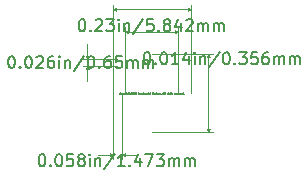
<source format=gbr>
%TF.GenerationSoftware,KiCad,Pcbnew,(6.0.7)*%
%TF.CreationDate,2023-02-01T00:47:53-08:00*%
%TF.ProjectId,SpresensePart2,53707265-7365-46e7-9365-50617274322e,rev?*%
%TF.SameCoordinates,Original*%
%TF.FileFunction,Other,Comment*%
%FSLAX46Y46*%
G04 Gerber Fmt 4.6, Leading zero omitted, Abs format (unit mm)*
G04 Created by KiCad (PCBNEW (6.0.7)) date 2023-02-01 00:47:53*
%MOMM*%
%LPD*%
G01*
G04 APERTURE LIST*
%ADD10C,0.002000*%
%ADD11C,0.150000*%
%ADD12C,0.100000*%
G04 APERTURE END LIST*
D10*
%TO.C,U2*%
X163876566Y-108452557D02*
X163870519Y-108458604D01*
X163852376Y-108464652D01*
X163840280Y-108464652D01*
X163822138Y-108458604D01*
X163810042Y-108446509D01*
X163803995Y-108434414D01*
X163797947Y-108410223D01*
X163797947Y-108392080D01*
X163803995Y-108367890D01*
X163810042Y-108355795D01*
X163822138Y-108343700D01*
X163840280Y-108337652D01*
X163852376Y-108337652D01*
X163870519Y-108343700D01*
X163876566Y-108349747D01*
X163949138Y-108464652D02*
X163937042Y-108458604D01*
X163930995Y-108452557D01*
X163924947Y-108440461D01*
X163924947Y-108404176D01*
X163930995Y-108392080D01*
X163937042Y-108386033D01*
X163949138Y-108379985D01*
X163967280Y-108379985D01*
X163979376Y-108386033D01*
X163985423Y-108392080D01*
X163991471Y-108404176D01*
X163991471Y-108440461D01*
X163985423Y-108452557D01*
X163979376Y-108458604D01*
X163967280Y-108464652D01*
X163949138Y-108464652D01*
X164045900Y-108379985D02*
X164045900Y-108506985D01*
X164045900Y-108386033D02*
X164057995Y-108379985D01*
X164082185Y-108379985D01*
X164094280Y-108386033D01*
X164100328Y-108392080D01*
X164106376Y-108404176D01*
X164106376Y-108440461D01*
X164100328Y-108452557D01*
X164094280Y-108458604D01*
X164082185Y-108464652D01*
X164057995Y-108464652D01*
X164045900Y-108458604D01*
X164148709Y-108379985D02*
X164178947Y-108464652D01*
X164209185Y-108379985D02*
X164178947Y-108464652D01*
X164166852Y-108494890D01*
X164160804Y-108500938D01*
X164148709Y-108506985D01*
X164257566Y-108464652D02*
X164257566Y-108379985D01*
X164257566Y-108404176D02*
X164263614Y-108392080D01*
X164269661Y-108386033D01*
X164281757Y-108379985D01*
X164293852Y-108379985D01*
X164336185Y-108464652D02*
X164336185Y-108379985D01*
X164336185Y-108337652D02*
X164330138Y-108343700D01*
X164336185Y-108349747D01*
X164342233Y-108343700D01*
X164336185Y-108337652D01*
X164336185Y-108349747D01*
X164451090Y-108379985D02*
X164451090Y-108482795D01*
X164445042Y-108494890D01*
X164438995Y-108500938D01*
X164426900Y-108506985D01*
X164408757Y-108506985D01*
X164396661Y-108500938D01*
X164451090Y-108458604D02*
X164438995Y-108464652D01*
X164414804Y-108464652D01*
X164402709Y-108458604D01*
X164396661Y-108452557D01*
X164390614Y-108440461D01*
X164390614Y-108404176D01*
X164396661Y-108392080D01*
X164402709Y-108386033D01*
X164414804Y-108379985D01*
X164438995Y-108379985D01*
X164451090Y-108386033D01*
X164511566Y-108464652D02*
X164511566Y-108337652D01*
X164565995Y-108464652D02*
X164565995Y-108398128D01*
X164559947Y-108386033D01*
X164547852Y-108379985D01*
X164529709Y-108379985D01*
X164517614Y-108386033D01*
X164511566Y-108392080D01*
X164608328Y-108379985D02*
X164656709Y-108379985D01*
X164626471Y-108337652D02*
X164626471Y-108446509D01*
X164632519Y-108458604D01*
X164644614Y-108464652D01*
X164656709Y-108464652D01*
X164789757Y-108349747D02*
X164795804Y-108343700D01*
X164807900Y-108337652D01*
X164838138Y-108337652D01*
X164850233Y-108343700D01*
X164856280Y-108349747D01*
X164862328Y-108361842D01*
X164862328Y-108373938D01*
X164856280Y-108392080D01*
X164783709Y-108464652D01*
X164862328Y-108464652D01*
X164940947Y-108337652D02*
X164953042Y-108337652D01*
X164965138Y-108343700D01*
X164971185Y-108349747D01*
X164977233Y-108361842D01*
X164983280Y-108386033D01*
X164983280Y-108416271D01*
X164977233Y-108440461D01*
X164971185Y-108452557D01*
X164965138Y-108458604D01*
X164953042Y-108464652D01*
X164940947Y-108464652D01*
X164928852Y-108458604D01*
X164922804Y-108452557D01*
X164916757Y-108440461D01*
X164910709Y-108416271D01*
X164910709Y-108386033D01*
X164916757Y-108361842D01*
X164922804Y-108349747D01*
X164928852Y-108343700D01*
X164940947Y-108337652D01*
X165031661Y-108349747D02*
X165037709Y-108343700D01*
X165049804Y-108337652D01*
X165080042Y-108337652D01*
X165092138Y-108343700D01*
X165098185Y-108349747D01*
X165104233Y-108361842D01*
X165104233Y-108373938D01*
X165098185Y-108392080D01*
X165025614Y-108464652D01*
X165104233Y-108464652D01*
X165225185Y-108464652D02*
X165152614Y-108464652D01*
X165188900Y-108464652D02*
X165188900Y-108337652D01*
X165176804Y-108355795D01*
X165164709Y-108367890D01*
X165152614Y-108373938D01*
X165370328Y-108428366D02*
X165430804Y-108428366D01*
X165358233Y-108464652D02*
X165400566Y-108337652D01*
X165442900Y-108464652D01*
X165539661Y-108458604D02*
X165527566Y-108464652D01*
X165503376Y-108464652D01*
X165491280Y-108458604D01*
X165485233Y-108452557D01*
X165479185Y-108440461D01*
X165479185Y-108404176D01*
X165485233Y-108392080D01*
X165491280Y-108386033D01*
X165503376Y-108379985D01*
X165527566Y-108379985D01*
X165539661Y-108386033D01*
X165648519Y-108458604D02*
X165636423Y-108464652D01*
X165612233Y-108464652D01*
X165600138Y-108458604D01*
X165594090Y-108452557D01*
X165588042Y-108440461D01*
X165588042Y-108404176D01*
X165594090Y-108392080D01*
X165600138Y-108386033D01*
X165612233Y-108379985D01*
X165636423Y-108379985D01*
X165648519Y-108386033D01*
X165751328Y-108458604D02*
X165739233Y-108464652D01*
X165715042Y-108464652D01*
X165702947Y-108458604D01*
X165696900Y-108446509D01*
X165696900Y-108398128D01*
X165702947Y-108386033D01*
X165715042Y-108379985D01*
X165739233Y-108379985D01*
X165751328Y-108386033D01*
X165757376Y-108398128D01*
X165757376Y-108410223D01*
X165696900Y-108422319D01*
X165829947Y-108464652D02*
X165817852Y-108458604D01*
X165811804Y-108446509D01*
X165811804Y-108337652D01*
X165926709Y-108458604D02*
X165914614Y-108464652D01*
X165890423Y-108464652D01*
X165878328Y-108458604D01*
X165872280Y-108446509D01*
X165872280Y-108398128D01*
X165878328Y-108386033D01*
X165890423Y-108379985D01*
X165914614Y-108379985D01*
X165926709Y-108386033D01*
X165932757Y-108398128D01*
X165932757Y-108410223D01*
X165872280Y-108422319D01*
X165987185Y-108464652D02*
X165987185Y-108379985D01*
X165987185Y-108404176D02*
X165993233Y-108392080D01*
X165999280Y-108386033D01*
X166011376Y-108379985D01*
X166023471Y-108379985D01*
X166120233Y-108464652D02*
X166120233Y-108398128D01*
X166114185Y-108386033D01*
X166102090Y-108379985D01*
X166077900Y-108379985D01*
X166065804Y-108386033D01*
X166120233Y-108458604D02*
X166108138Y-108464652D01*
X166077900Y-108464652D01*
X166065804Y-108458604D01*
X166059757Y-108446509D01*
X166059757Y-108434414D01*
X166065804Y-108422319D01*
X166077900Y-108416271D01*
X166108138Y-108416271D01*
X166120233Y-108410223D01*
X166162566Y-108379985D02*
X166210947Y-108379985D01*
X166180709Y-108337652D02*
X166180709Y-108446509D01*
X166186757Y-108458604D01*
X166198852Y-108464652D01*
X166210947Y-108464652D01*
X166301661Y-108458604D02*
X166289566Y-108464652D01*
X166265376Y-108464652D01*
X166253280Y-108458604D01*
X166247233Y-108446509D01*
X166247233Y-108398128D01*
X166253280Y-108386033D01*
X166265376Y-108379985D01*
X166289566Y-108379985D01*
X166301661Y-108386033D01*
X166307709Y-108398128D01*
X166307709Y-108410223D01*
X166247233Y-108422319D01*
X166416566Y-108464652D02*
X166416566Y-108337652D01*
X166416566Y-108458604D02*
X166404471Y-108464652D01*
X166380280Y-108464652D01*
X166368185Y-108458604D01*
X166362138Y-108452557D01*
X166356090Y-108440461D01*
X166356090Y-108404176D01*
X166362138Y-108392080D01*
X166368185Y-108386033D01*
X166380280Y-108379985D01*
X166404471Y-108379985D01*
X166416566Y-108386033D01*
X166573804Y-108464652D02*
X166573804Y-108337652D01*
X166604042Y-108337652D01*
X166622185Y-108343700D01*
X166634280Y-108355795D01*
X166640328Y-108367890D01*
X166646376Y-108392080D01*
X166646376Y-108410223D01*
X166640328Y-108434414D01*
X166634280Y-108446509D01*
X166622185Y-108458604D01*
X166604042Y-108464652D01*
X166573804Y-108464652D01*
X166749185Y-108458604D02*
X166737090Y-108464652D01*
X166712900Y-108464652D01*
X166700804Y-108458604D01*
X166694757Y-108446509D01*
X166694757Y-108398128D01*
X166700804Y-108386033D01*
X166712900Y-108379985D01*
X166737090Y-108379985D01*
X166749185Y-108386033D01*
X166755233Y-108398128D01*
X166755233Y-108410223D01*
X166694757Y-108422319D01*
X166803614Y-108458604D02*
X166815709Y-108464652D01*
X166839900Y-108464652D01*
X166851995Y-108458604D01*
X166858042Y-108446509D01*
X166858042Y-108440461D01*
X166851995Y-108428366D01*
X166839900Y-108422319D01*
X166821757Y-108422319D01*
X166809661Y-108416271D01*
X166803614Y-108404176D01*
X166803614Y-108398128D01*
X166809661Y-108386033D01*
X166821757Y-108379985D01*
X166839900Y-108379985D01*
X166851995Y-108386033D01*
X166912471Y-108464652D02*
X166912471Y-108379985D01*
X166912471Y-108337652D02*
X166906423Y-108343700D01*
X166912471Y-108349747D01*
X166918519Y-108343700D01*
X166912471Y-108337652D01*
X166912471Y-108349747D01*
X167027376Y-108379985D02*
X167027376Y-108482795D01*
X167021328Y-108494890D01*
X167015280Y-108500938D01*
X167003185Y-108506985D01*
X166985042Y-108506985D01*
X166972947Y-108500938D01*
X167027376Y-108458604D02*
X167015280Y-108464652D01*
X166991090Y-108464652D01*
X166978995Y-108458604D01*
X166972947Y-108452557D01*
X166966900Y-108440461D01*
X166966900Y-108404176D01*
X166972947Y-108392080D01*
X166978995Y-108386033D01*
X166991090Y-108379985D01*
X167015280Y-108379985D01*
X167027376Y-108386033D01*
X167087852Y-108379985D02*
X167087852Y-108464652D01*
X167087852Y-108392080D02*
X167093900Y-108386033D01*
X167105995Y-108379985D01*
X167124138Y-108379985D01*
X167136233Y-108386033D01*
X167142280Y-108398128D01*
X167142280Y-108464652D01*
X167196709Y-108458604D02*
X167208804Y-108464652D01*
X167232995Y-108464652D01*
X167245090Y-108458604D01*
X167251138Y-108446509D01*
X167251138Y-108440461D01*
X167245090Y-108428366D01*
X167232995Y-108422319D01*
X167214852Y-108422319D01*
X167202757Y-108416271D01*
X167196709Y-108404176D01*
X167196709Y-108398128D01*
X167202757Y-108386033D01*
X167214852Y-108379985D01*
X167232995Y-108379985D01*
X167245090Y-108386033D01*
X167305566Y-108452557D02*
X167311614Y-108458604D01*
X167305566Y-108464652D01*
X167299519Y-108458604D01*
X167305566Y-108452557D01*
X167305566Y-108464652D01*
X167456757Y-108428366D02*
X167517233Y-108428366D01*
X167444661Y-108464652D02*
X167486995Y-108337652D01*
X167529328Y-108464652D01*
X167589804Y-108464652D02*
X167577709Y-108458604D01*
X167571661Y-108446509D01*
X167571661Y-108337652D01*
X167656328Y-108464652D02*
X167644233Y-108458604D01*
X167638185Y-108446509D01*
X167638185Y-108337652D01*
X167801471Y-108464652D02*
X167801471Y-108379985D01*
X167801471Y-108404176D02*
X167807519Y-108392080D01*
X167813566Y-108386033D01*
X167825661Y-108379985D01*
X167837757Y-108379985D01*
X167880090Y-108464652D02*
X167880090Y-108379985D01*
X167880090Y-108337652D02*
X167874042Y-108343700D01*
X167880090Y-108349747D01*
X167886138Y-108343700D01*
X167880090Y-108337652D01*
X167880090Y-108349747D01*
X167994995Y-108379985D02*
X167994995Y-108482795D01*
X167988947Y-108494890D01*
X167982900Y-108500938D01*
X167970804Y-108506985D01*
X167952661Y-108506985D01*
X167940566Y-108500938D01*
X167994995Y-108458604D02*
X167982900Y-108464652D01*
X167958709Y-108464652D01*
X167946614Y-108458604D01*
X167940566Y-108452557D01*
X167934519Y-108440461D01*
X167934519Y-108404176D01*
X167940566Y-108392080D01*
X167946614Y-108386033D01*
X167958709Y-108379985D01*
X167982900Y-108379985D01*
X167994995Y-108386033D01*
X168055471Y-108464652D02*
X168055471Y-108337652D01*
X168109900Y-108464652D02*
X168109900Y-108398128D01*
X168103852Y-108386033D01*
X168091757Y-108379985D01*
X168073614Y-108379985D01*
X168061519Y-108386033D01*
X168055471Y-108392080D01*
X168152233Y-108379985D02*
X168200614Y-108379985D01*
X168170376Y-108337652D02*
X168170376Y-108446509D01*
X168176423Y-108458604D01*
X168188519Y-108464652D01*
X168200614Y-108464652D01*
X168236900Y-108458604D02*
X168248995Y-108464652D01*
X168273185Y-108464652D01*
X168285280Y-108458604D01*
X168291328Y-108446509D01*
X168291328Y-108440461D01*
X168285280Y-108428366D01*
X168273185Y-108422319D01*
X168255042Y-108422319D01*
X168242947Y-108416271D01*
X168236900Y-108404176D01*
X168236900Y-108398128D01*
X168242947Y-108386033D01*
X168255042Y-108379985D01*
X168273185Y-108379985D01*
X168285280Y-108386033D01*
X168442519Y-108464652D02*
X168442519Y-108379985D01*
X168442519Y-108404176D02*
X168448566Y-108392080D01*
X168454614Y-108386033D01*
X168466709Y-108379985D01*
X168478804Y-108379985D01*
X168569519Y-108458604D02*
X168557423Y-108464652D01*
X168533233Y-108464652D01*
X168521138Y-108458604D01*
X168515090Y-108446509D01*
X168515090Y-108398128D01*
X168521138Y-108386033D01*
X168533233Y-108379985D01*
X168557423Y-108379985D01*
X168569519Y-108386033D01*
X168575566Y-108398128D01*
X168575566Y-108410223D01*
X168515090Y-108422319D01*
X168623947Y-108458604D02*
X168636042Y-108464652D01*
X168660233Y-108464652D01*
X168672328Y-108458604D01*
X168678376Y-108446509D01*
X168678376Y-108440461D01*
X168672328Y-108428366D01*
X168660233Y-108422319D01*
X168642090Y-108422319D01*
X168629995Y-108416271D01*
X168623947Y-108404176D01*
X168623947Y-108398128D01*
X168629995Y-108386033D01*
X168642090Y-108379985D01*
X168660233Y-108379985D01*
X168672328Y-108386033D01*
X168781185Y-108458604D02*
X168769090Y-108464652D01*
X168744900Y-108464652D01*
X168732804Y-108458604D01*
X168726757Y-108446509D01*
X168726757Y-108398128D01*
X168732804Y-108386033D01*
X168744900Y-108379985D01*
X168769090Y-108379985D01*
X168781185Y-108386033D01*
X168787233Y-108398128D01*
X168787233Y-108410223D01*
X168726757Y-108422319D01*
X168841661Y-108464652D02*
X168841661Y-108379985D01*
X168841661Y-108404176D02*
X168847709Y-108392080D01*
X168853757Y-108386033D01*
X168865852Y-108379985D01*
X168877947Y-108379985D01*
X168908185Y-108379985D02*
X168938423Y-108464652D01*
X168968661Y-108379985D01*
X169065423Y-108458604D02*
X169053328Y-108464652D01*
X169029138Y-108464652D01*
X169017042Y-108458604D01*
X169010995Y-108446509D01*
X169010995Y-108398128D01*
X169017042Y-108386033D01*
X169029138Y-108379985D01*
X169053328Y-108379985D01*
X169065423Y-108386033D01*
X169071471Y-108398128D01*
X169071471Y-108410223D01*
X169010995Y-108422319D01*
X169180328Y-108464652D02*
X169180328Y-108337652D01*
X169180328Y-108458604D02*
X169168233Y-108464652D01*
X169144042Y-108464652D01*
X169131947Y-108458604D01*
X169125900Y-108452557D01*
X169119852Y-108440461D01*
X169119852Y-108404176D01*
X169125900Y-108392080D01*
X169131947Y-108386033D01*
X169144042Y-108379985D01*
X169168233Y-108379985D01*
X169180328Y-108386033D01*
X169240804Y-108452557D02*
X169246852Y-108458604D01*
X169240804Y-108464652D01*
X169234757Y-108458604D01*
X169240804Y-108452557D01*
X169240804Y-108464652D01*
D11*
X154624828Y-105259579D02*
X154720066Y-105259579D01*
X154815304Y-105307199D01*
X154862923Y-105354818D01*
X154910542Y-105450056D01*
X154958161Y-105640532D01*
X154958161Y-105878627D01*
X154910542Y-106069103D01*
X154862923Y-106164341D01*
X154815304Y-106211960D01*
X154720066Y-106259579D01*
X154624828Y-106259579D01*
X154529590Y-106211960D01*
X154481971Y-106164341D01*
X154434352Y-106069103D01*
X154386733Y-105878627D01*
X154386733Y-105640532D01*
X154434352Y-105450056D01*
X154481971Y-105354818D01*
X154529590Y-105307199D01*
X154624828Y-105259579D01*
X155386733Y-106164341D02*
X155434352Y-106211960D01*
X155386733Y-106259579D01*
X155339114Y-106211960D01*
X155386733Y-106164341D01*
X155386733Y-106259579D01*
X156053400Y-105259579D02*
X156148638Y-105259579D01*
X156243876Y-105307199D01*
X156291495Y-105354818D01*
X156339114Y-105450056D01*
X156386733Y-105640532D01*
X156386733Y-105878627D01*
X156339114Y-106069103D01*
X156291495Y-106164341D01*
X156243876Y-106211960D01*
X156148638Y-106259579D01*
X156053400Y-106259579D01*
X155958161Y-106211960D01*
X155910542Y-106164341D01*
X155862923Y-106069103D01*
X155815304Y-105878627D01*
X155815304Y-105640532D01*
X155862923Y-105450056D01*
X155910542Y-105354818D01*
X155958161Y-105307199D01*
X156053400Y-105259579D01*
X156767685Y-105354818D02*
X156815304Y-105307199D01*
X156910542Y-105259579D01*
X157148638Y-105259579D01*
X157243876Y-105307199D01*
X157291495Y-105354818D01*
X157339114Y-105450056D01*
X157339114Y-105545294D01*
X157291495Y-105688151D01*
X156720066Y-106259579D01*
X157339114Y-106259579D01*
X158196257Y-105259579D02*
X158005780Y-105259579D01*
X157910542Y-105307199D01*
X157862923Y-105354818D01*
X157767685Y-105497675D01*
X157720066Y-105688151D01*
X157720066Y-106069103D01*
X157767685Y-106164341D01*
X157815304Y-106211960D01*
X157910542Y-106259579D01*
X158101019Y-106259579D01*
X158196257Y-106211960D01*
X158243876Y-106164341D01*
X158291495Y-106069103D01*
X158291495Y-105831008D01*
X158243876Y-105735770D01*
X158196257Y-105688151D01*
X158101019Y-105640532D01*
X157910542Y-105640532D01*
X157815304Y-105688151D01*
X157767685Y-105735770D01*
X157720066Y-105831008D01*
X158720066Y-106259579D02*
X158720066Y-105592913D01*
X158720066Y-105259579D02*
X158672447Y-105307199D01*
X158720066Y-105354818D01*
X158767685Y-105307199D01*
X158720066Y-105259579D01*
X158720066Y-105354818D01*
X159196257Y-105592913D02*
X159196257Y-106259579D01*
X159196257Y-105688151D02*
X159243876Y-105640532D01*
X159339114Y-105592913D01*
X159481971Y-105592913D01*
X159577209Y-105640532D01*
X159624828Y-105735770D01*
X159624828Y-106259579D01*
X160815304Y-105211960D02*
X159958161Y-106497675D01*
X161339114Y-105259579D02*
X161434352Y-105259579D01*
X161529590Y-105307199D01*
X161577209Y-105354818D01*
X161624828Y-105450056D01*
X161672447Y-105640532D01*
X161672447Y-105878627D01*
X161624828Y-106069103D01*
X161577209Y-106164341D01*
X161529590Y-106211960D01*
X161434352Y-106259579D01*
X161339114Y-106259579D01*
X161243876Y-106211960D01*
X161196257Y-106164341D01*
X161148638Y-106069103D01*
X161101019Y-105878627D01*
X161101019Y-105640532D01*
X161148638Y-105450056D01*
X161196257Y-105354818D01*
X161243876Y-105307199D01*
X161339114Y-105259579D01*
X162101019Y-106164341D02*
X162148638Y-106211960D01*
X162101019Y-106259579D01*
X162053400Y-106211960D01*
X162101019Y-106164341D01*
X162101019Y-106259579D01*
X163005780Y-105259579D02*
X162815304Y-105259579D01*
X162720066Y-105307199D01*
X162672447Y-105354818D01*
X162577209Y-105497675D01*
X162529590Y-105688151D01*
X162529590Y-106069103D01*
X162577209Y-106164341D01*
X162624828Y-106211960D01*
X162720066Y-106259579D01*
X162910542Y-106259579D01*
X163005780Y-106211960D01*
X163053400Y-106164341D01*
X163101019Y-106069103D01*
X163101019Y-105831008D01*
X163053400Y-105735770D01*
X163005780Y-105688151D01*
X162910542Y-105640532D01*
X162720066Y-105640532D01*
X162624828Y-105688151D01*
X162577209Y-105735770D01*
X162529590Y-105831008D01*
X164005780Y-105259579D02*
X163529590Y-105259579D01*
X163481971Y-105735770D01*
X163529590Y-105688151D01*
X163624828Y-105640532D01*
X163862923Y-105640532D01*
X163958161Y-105688151D01*
X164005780Y-105735770D01*
X164053400Y-105831008D01*
X164053400Y-106069103D01*
X164005780Y-106164341D01*
X163958161Y-106211960D01*
X163862923Y-106259579D01*
X163624828Y-106259579D01*
X163529590Y-106211960D01*
X163481971Y-106164341D01*
X164481971Y-106259579D02*
X164481971Y-105592913D01*
X164481971Y-105688151D02*
X164529590Y-105640532D01*
X164624828Y-105592913D01*
X164767685Y-105592913D01*
X164862923Y-105640532D01*
X164910542Y-105735770D01*
X164910542Y-106259579D01*
X164910542Y-105735770D02*
X164958161Y-105640532D01*
X165053400Y-105592913D01*
X165196257Y-105592913D01*
X165291495Y-105640532D01*
X165339114Y-105735770D01*
X165339114Y-106259579D01*
X165815304Y-106259579D02*
X165815304Y-105592913D01*
X165815304Y-105688151D02*
X165862923Y-105640532D01*
X165958161Y-105592913D01*
X166101019Y-105592913D01*
X166196257Y-105640532D01*
X166243876Y-105735770D01*
X166243876Y-106259579D01*
X166243876Y-105735770D02*
X166291495Y-105640532D01*
X166386733Y-105592913D01*
X166529590Y-105592913D01*
X166624828Y-105640532D01*
X166672447Y-105735770D01*
X166672447Y-106259579D01*
X157196638Y-113574580D02*
X157291876Y-113574580D01*
X157387114Y-113622200D01*
X157434733Y-113669819D01*
X157482352Y-113765057D01*
X157529971Y-113955533D01*
X157529971Y-114193628D01*
X157482352Y-114384104D01*
X157434733Y-114479342D01*
X157387114Y-114526961D01*
X157291876Y-114574580D01*
X157196638Y-114574580D01*
X157101400Y-114526961D01*
X157053780Y-114479342D01*
X157006161Y-114384104D01*
X156958542Y-114193628D01*
X156958542Y-113955533D01*
X157006161Y-113765057D01*
X157053780Y-113669819D01*
X157101400Y-113622200D01*
X157196638Y-113574580D01*
X157958542Y-114479342D02*
X158006161Y-114526961D01*
X157958542Y-114574580D01*
X157910923Y-114526961D01*
X157958542Y-114479342D01*
X157958542Y-114574580D01*
X158625209Y-113574580D02*
X158720447Y-113574580D01*
X158815685Y-113622200D01*
X158863304Y-113669819D01*
X158910923Y-113765057D01*
X158958542Y-113955533D01*
X158958542Y-114193628D01*
X158910923Y-114384104D01*
X158863304Y-114479342D01*
X158815685Y-114526961D01*
X158720447Y-114574580D01*
X158625209Y-114574580D01*
X158529971Y-114526961D01*
X158482352Y-114479342D01*
X158434733Y-114384104D01*
X158387114Y-114193628D01*
X158387114Y-113955533D01*
X158434733Y-113765057D01*
X158482352Y-113669819D01*
X158529971Y-113622200D01*
X158625209Y-113574580D01*
X159863304Y-113574580D02*
X159387114Y-113574580D01*
X159339495Y-114050771D01*
X159387114Y-114003152D01*
X159482352Y-113955533D01*
X159720447Y-113955533D01*
X159815685Y-114003152D01*
X159863304Y-114050771D01*
X159910923Y-114146009D01*
X159910923Y-114384104D01*
X159863304Y-114479342D01*
X159815685Y-114526961D01*
X159720447Y-114574580D01*
X159482352Y-114574580D01*
X159387114Y-114526961D01*
X159339495Y-114479342D01*
X160482352Y-114003152D02*
X160387114Y-113955533D01*
X160339495Y-113907914D01*
X160291876Y-113812676D01*
X160291876Y-113765057D01*
X160339495Y-113669819D01*
X160387114Y-113622200D01*
X160482352Y-113574580D01*
X160672828Y-113574580D01*
X160768066Y-113622200D01*
X160815685Y-113669819D01*
X160863304Y-113765057D01*
X160863304Y-113812676D01*
X160815685Y-113907914D01*
X160768066Y-113955533D01*
X160672828Y-114003152D01*
X160482352Y-114003152D01*
X160387114Y-114050771D01*
X160339495Y-114098390D01*
X160291876Y-114193628D01*
X160291876Y-114384104D01*
X160339495Y-114479342D01*
X160387114Y-114526961D01*
X160482352Y-114574580D01*
X160672828Y-114574580D01*
X160768066Y-114526961D01*
X160815685Y-114479342D01*
X160863304Y-114384104D01*
X160863304Y-114193628D01*
X160815685Y-114098390D01*
X160768066Y-114050771D01*
X160672828Y-114003152D01*
X161291876Y-114574580D02*
X161291876Y-113907914D01*
X161291876Y-113574580D02*
X161244257Y-113622200D01*
X161291876Y-113669819D01*
X161339495Y-113622200D01*
X161291876Y-113574580D01*
X161291876Y-113669819D01*
X161768066Y-113907914D02*
X161768066Y-114574580D01*
X161768066Y-114003152D02*
X161815685Y-113955533D01*
X161910923Y-113907914D01*
X162053780Y-113907914D01*
X162149019Y-113955533D01*
X162196638Y-114050771D01*
X162196638Y-114574580D01*
X163387114Y-113526961D02*
X162529971Y-114812676D01*
X164244257Y-114574580D02*
X163672828Y-114574580D01*
X163958542Y-114574580D02*
X163958542Y-113574580D01*
X163863304Y-113717438D01*
X163768066Y-113812676D01*
X163672828Y-113860295D01*
X164672828Y-114479342D02*
X164720447Y-114526961D01*
X164672828Y-114574580D01*
X164625209Y-114526961D01*
X164672828Y-114479342D01*
X164672828Y-114574580D01*
X165577590Y-113907914D02*
X165577590Y-114574580D01*
X165339495Y-113526961D02*
X165101400Y-114241247D01*
X165720447Y-114241247D01*
X166006161Y-113574580D02*
X166672828Y-113574580D01*
X166244257Y-114574580D01*
X166958542Y-113574580D02*
X167577590Y-113574580D01*
X167244257Y-113955533D01*
X167387114Y-113955533D01*
X167482352Y-114003152D01*
X167529971Y-114050771D01*
X167577590Y-114146009D01*
X167577590Y-114384104D01*
X167529971Y-114479342D01*
X167482352Y-114526961D01*
X167387114Y-114574580D01*
X167101400Y-114574580D01*
X167006161Y-114526961D01*
X166958542Y-114479342D01*
X168006161Y-114574580D02*
X168006161Y-113907914D01*
X168006161Y-114003152D02*
X168053780Y-113955533D01*
X168149019Y-113907914D01*
X168291876Y-113907914D01*
X168387114Y-113955533D01*
X168434733Y-114050771D01*
X168434733Y-114574580D01*
X168434733Y-114050771D02*
X168482352Y-113955533D01*
X168577590Y-113907914D01*
X168720447Y-113907914D01*
X168815685Y-113955533D01*
X168863304Y-114050771D01*
X168863304Y-114574580D01*
X169339495Y-114574580D02*
X169339495Y-113907914D01*
X169339495Y-114003152D02*
X169387114Y-113955533D01*
X169482352Y-113907914D01*
X169625209Y-113907914D01*
X169720447Y-113955533D01*
X169768066Y-114050771D01*
X169768066Y-114574580D01*
X169768066Y-114050771D02*
X169815685Y-113955533D01*
X169910923Y-113907914D01*
X170053780Y-113907914D01*
X170149019Y-113955533D01*
X170196638Y-114050771D01*
X170196638Y-114574580D01*
X160593828Y-102144580D02*
X160689066Y-102144580D01*
X160784304Y-102192200D01*
X160831923Y-102239819D01*
X160879542Y-102335057D01*
X160927161Y-102525533D01*
X160927161Y-102763628D01*
X160879542Y-102954104D01*
X160831923Y-103049342D01*
X160784304Y-103096961D01*
X160689066Y-103144580D01*
X160593828Y-103144580D01*
X160498590Y-103096961D01*
X160450971Y-103049342D01*
X160403352Y-102954104D01*
X160355733Y-102763628D01*
X160355733Y-102525533D01*
X160403352Y-102335057D01*
X160450971Y-102239819D01*
X160498590Y-102192200D01*
X160593828Y-102144580D01*
X161355733Y-103049342D02*
X161403352Y-103096961D01*
X161355733Y-103144580D01*
X161308114Y-103096961D01*
X161355733Y-103049342D01*
X161355733Y-103144580D01*
X161784304Y-102239819D02*
X161831923Y-102192200D01*
X161927161Y-102144580D01*
X162165257Y-102144580D01*
X162260495Y-102192200D01*
X162308114Y-102239819D01*
X162355733Y-102335057D01*
X162355733Y-102430295D01*
X162308114Y-102573152D01*
X161736685Y-103144580D01*
X162355733Y-103144580D01*
X162689066Y-102144580D02*
X163308114Y-102144580D01*
X162974780Y-102525533D01*
X163117638Y-102525533D01*
X163212876Y-102573152D01*
X163260495Y-102620771D01*
X163308114Y-102716009D01*
X163308114Y-102954104D01*
X163260495Y-103049342D01*
X163212876Y-103096961D01*
X163117638Y-103144580D01*
X162831923Y-103144580D01*
X162736685Y-103096961D01*
X162689066Y-103049342D01*
X163736685Y-103144580D02*
X163736685Y-102477914D01*
X163736685Y-102144580D02*
X163689066Y-102192200D01*
X163736685Y-102239819D01*
X163784304Y-102192200D01*
X163736685Y-102144580D01*
X163736685Y-102239819D01*
X164212876Y-102477914D02*
X164212876Y-103144580D01*
X164212876Y-102573152D02*
X164260495Y-102525533D01*
X164355733Y-102477914D01*
X164498590Y-102477914D01*
X164593828Y-102525533D01*
X164641447Y-102620771D01*
X164641447Y-103144580D01*
X165831923Y-102096961D02*
X164974780Y-103382676D01*
X166641447Y-102144580D02*
X166165257Y-102144580D01*
X166117638Y-102620771D01*
X166165257Y-102573152D01*
X166260495Y-102525533D01*
X166498590Y-102525533D01*
X166593828Y-102573152D01*
X166641447Y-102620771D01*
X166689066Y-102716009D01*
X166689066Y-102954104D01*
X166641447Y-103049342D01*
X166593828Y-103096961D01*
X166498590Y-103144580D01*
X166260495Y-103144580D01*
X166165257Y-103096961D01*
X166117638Y-103049342D01*
X167117638Y-103049342D02*
X167165257Y-103096961D01*
X167117638Y-103144580D01*
X167070019Y-103096961D01*
X167117638Y-103049342D01*
X167117638Y-103144580D01*
X167736685Y-102573152D02*
X167641447Y-102525533D01*
X167593828Y-102477914D01*
X167546209Y-102382676D01*
X167546209Y-102335057D01*
X167593828Y-102239819D01*
X167641447Y-102192200D01*
X167736685Y-102144580D01*
X167927161Y-102144580D01*
X168022400Y-102192200D01*
X168070019Y-102239819D01*
X168117638Y-102335057D01*
X168117638Y-102382676D01*
X168070019Y-102477914D01*
X168022400Y-102525533D01*
X167927161Y-102573152D01*
X167736685Y-102573152D01*
X167641447Y-102620771D01*
X167593828Y-102668390D01*
X167546209Y-102763628D01*
X167546209Y-102954104D01*
X167593828Y-103049342D01*
X167641447Y-103096961D01*
X167736685Y-103144580D01*
X167927161Y-103144580D01*
X168022400Y-103096961D01*
X168070019Y-103049342D01*
X168117638Y-102954104D01*
X168117638Y-102763628D01*
X168070019Y-102668390D01*
X168022400Y-102620771D01*
X167927161Y-102573152D01*
X168974780Y-102477914D02*
X168974780Y-103144580D01*
X168736685Y-102096961D02*
X168498590Y-102811247D01*
X169117638Y-102811247D01*
X169450971Y-102239819D02*
X169498590Y-102192200D01*
X169593828Y-102144580D01*
X169831923Y-102144580D01*
X169927161Y-102192200D01*
X169974780Y-102239819D01*
X170022400Y-102335057D01*
X170022400Y-102430295D01*
X169974780Y-102573152D01*
X169403352Y-103144580D01*
X170022400Y-103144580D01*
X170450971Y-103144580D02*
X170450971Y-102477914D01*
X170450971Y-102573152D02*
X170498590Y-102525533D01*
X170593828Y-102477914D01*
X170736685Y-102477914D01*
X170831923Y-102525533D01*
X170879542Y-102620771D01*
X170879542Y-103144580D01*
X170879542Y-102620771D02*
X170927161Y-102525533D01*
X171022400Y-102477914D01*
X171165257Y-102477914D01*
X171260495Y-102525533D01*
X171308114Y-102620771D01*
X171308114Y-103144580D01*
X171784304Y-103144580D02*
X171784304Y-102477914D01*
X171784304Y-102573152D02*
X171831923Y-102525533D01*
X171927161Y-102477914D01*
X172070019Y-102477914D01*
X172165257Y-102525533D01*
X172212876Y-102620771D01*
X172212876Y-103144580D01*
X172212876Y-102620771D02*
X172260495Y-102525533D01*
X172355733Y-102477914D01*
X172498590Y-102477914D01*
X172593828Y-102525533D01*
X172641447Y-102620771D01*
X172641447Y-103144580D01*
X166086638Y-104934579D02*
X166181876Y-104934579D01*
X166277114Y-104982199D01*
X166324733Y-105029818D01*
X166372352Y-105125056D01*
X166419971Y-105315532D01*
X166419971Y-105553627D01*
X166372352Y-105744103D01*
X166324733Y-105839341D01*
X166277114Y-105886960D01*
X166181876Y-105934579D01*
X166086638Y-105934579D01*
X165991400Y-105886960D01*
X165943780Y-105839341D01*
X165896161Y-105744103D01*
X165848542Y-105553627D01*
X165848542Y-105315532D01*
X165896161Y-105125056D01*
X165943780Y-105029818D01*
X165991400Y-104982199D01*
X166086638Y-104934579D01*
X166848542Y-105839341D02*
X166896161Y-105886960D01*
X166848542Y-105934579D01*
X166800923Y-105886960D01*
X166848542Y-105839341D01*
X166848542Y-105934579D01*
X167515209Y-104934579D02*
X167610447Y-104934579D01*
X167705685Y-104982199D01*
X167753304Y-105029818D01*
X167800923Y-105125056D01*
X167848542Y-105315532D01*
X167848542Y-105553627D01*
X167800923Y-105744103D01*
X167753304Y-105839341D01*
X167705685Y-105886960D01*
X167610447Y-105934579D01*
X167515209Y-105934579D01*
X167419971Y-105886960D01*
X167372352Y-105839341D01*
X167324733Y-105744103D01*
X167277114Y-105553627D01*
X167277114Y-105315532D01*
X167324733Y-105125056D01*
X167372352Y-105029818D01*
X167419971Y-104982199D01*
X167515209Y-104934579D01*
X168800923Y-105934579D02*
X168229495Y-105934579D01*
X168515209Y-105934579D02*
X168515209Y-104934579D01*
X168419971Y-105077437D01*
X168324733Y-105172675D01*
X168229495Y-105220294D01*
X169658066Y-105267913D02*
X169658066Y-105934579D01*
X169419971Y-104886960D02*
X169181876Y-105601246D01*
X169800923Y-105601246D01*
X170181876Y-105934579D02*
X170181876Y-105267913D01*
X170181876Y-104934579D02*
X170134257Y-104982199D01*
X170181876Y-105029818D01*
X170229495Y-104982199D01*
X170181876Y-104934579D01*
X170181876Y-105029818D01*
X170658066Y-105267913D02*
X170658066Y-105934579D01*
X170658066Y-105363151D02*
X170705685Y-105315532D01*
X170800923Y-105267913D01*
X170943780Y-105267913D01*
X171039019Y-105315532D01*
X171086638Y-105410770D01*
X171086638Y-105934579D01*
X172277114Y-104886960D02*
X171419971Y-106172675D01*
X172800923Y-104934579D02*
X172896161Y-104934579D01*
X172991400Y-104982199D01*
X173039019Y-105029818D01*
X173086638Y-105125056D01*
X173134257Y-105315532D01*
X173134257Y-105553627D01*
X173086638Y-105744103D01*
X173039019Y-105839341D01*
X172991400Y-105886960D01*
X172896161Y-105934579D01*
X172800923Y-105934579D01*
X172705685Y-105886960D01*
X172658066Y-105839341D01*
X172610447Y-105744103D01*
X172562828Y-105553627D01*
X172562828Y-105315532D01*
X172610447Y-105125056D01*
X172658066Y-105029818D01*
X172705685Y-104982199D01*
X172800923Y-104934579D01*
X173562828Y-105839341D02*
X173610447Y-105886960D01*
X173562828Y-105934579D01*
X173515209Y-105886960D01*
X173562828Y-105839341D01*
X173562828Y-105934579D01*
X173943780Y-104934579D02*
X174562828Y-104934579D01*
X174229495Y-105315532D01*
X174372352Y-105315532D01*
X174467590Y-105363151D01*
X174515209Y-105410770D01*
X174562828Y-105506008D01*
X174562828Y-105744103D01*
X174515209Y-105839341D01*
X174467590Y-105886960D01*
X174372352Y-105934579D01*
X174086638Y-105934579D01*
X173991400Y-105886960D01*
X173943780Y-105839341D01*
X175467590Y-104934579D02*
X174991400Y-104934579D01*
X174943780Y-105410770D01*
X174991400Y-105363151D01*
X175086638Y-105315532D01*
X175324733Y-105315532D01*
X175419971Y-105363151D01*
X175467590Y-105410770D01*
X175515209Y-105506008D01*
X175515209Y-105744103D01*
X175467590Y-105839341D01*
X175419971Y-105886960D01*
X175324733Y-105934579D01*
X175086638Y-105934579D01*
X174991400Y-105886960D01*
X174943780Y-105839341D01*
X176372352Y-104934579D02*
X176181876Y-104934579D01*
X176086638Y-104982199D01*
X176039019Y-105029818D01*
X175943780Y-105172675D01*
X175896161Y-105363151D01*
X175896161Y-105744103D01*
X175943780Y-105839341D01*
X175991400Y-105886960D01*
X176086638Y-105934579D01*
X176277114Y-105934579D01*
X176372352Y-105886960D01*
X176419971Y-105839341D01*
X176467590Y-105744103D01*
X176467590Y-105506008D01*
X176419971Y-105410770D01*
X176372352Y-105363151D01*
X176277114Y-105315532D01*
X176086638Y-105315532D01*
X175991400Y-105363151D01*
X175943780Y-105410770D01*
X175896161Y-105506008D01*
X176896161Y-105934579D02*
X176896161Y-105267913D01*
X176896161Y-105363151D02*
X176943780Y-105315532D01*
X177039019Y-105267913D01*
X177181876Y-105267913D01*
X177277114Y-105315532D01*
X177324733Y-105410770D01*
X177324733Y-105934579D01*
X177324733Y-105410770D02*
X177372352Y-105315532D01*
X177467590Y-105267913D01*
X177610447Y-105267913D01*
X177705685Y-105315532D01*
X177753304Y-105410770D01*
X177753304Y-105934579D01*
X178229495Y-105934579D02*
X178229495Y-105267913D01*
X178229495Y-105363151D02*
X178277114Y-105315532D01*
X178372352Y-105267913D01*
X178515209Y-105267913D01*
X178610447Y-105315532D01*
X178658066Y-105410770D01*
X178658066Y-105934579D01*
X178658066Y-105410770D02*
X178705685Y-105315532D01*
X178800923Y-105267913D01*
X178943780Y-105267913D01*
X179039019Y-105315532D01*
X179086638Y-105410770D01*
X179086638Y-105934579D01*
D12*
X169824400Y-108407200D02*
X169824400Y-100914200D01*
X168770300Y-108407200D02*
X168770300Y-102819200D01*
X163220400Y-101295200D02*
X163474400Y-101168200D01*
X169824400Y-101295200D02*
X169570400Y-101422200D01*
X168770300Y-103200200D02*
X168516300Y-103073200D01*
X168770300Y-103200200D02*
X168516300Y-103327200D01*
X163220400Y-113614200D02*
X162966400Y-113741200D01*
X163220400Y-101295200D02*
X163474400Y-101422200D01*
X163601400Y-105482199D02*
X160680400Y-105482199D01*
X163982400Y-108407200D02*
X163982400Y-113995200D01*
X161061400Y-105482199D02*
X161061400Y-104212199D01*
X168516300Y-103073200D02*
X168516300Y-103327200D01*
X161061400Y-105482199D02*
X160934400Y-105228199D01*
X161061400Y-106132200D02*
X161061400Y-107402200D01*
X164274500Y-103200200D02*
X168770300Y-103200200D01*
X161061400Y-105482199D02*
X161188400Y-105228199D01*
X163220400Y-108407200D02*
X163220400Y-113995200D01*
X166522400Y-105105200D02*
X171691300Y-105105200D01*
X164528500Y-103073200D02*
X164528500Y-103327200D01*
X163982400Y-113614200D02*
X164236400Y-113741200D01*
X164274500Y-103200200D02*
X164528500Y-103327200D01*
X161061400Y-106132200D02*
X160934400Y-106386200D01*
X164274500Y-103200200D02*
X164528500Y-103073200D01*
X171310300Y-111709200D02*
X171437300Y-111455200D01*
X171310300Y-111709200D02*
X171183300Y-111455200D01*
X163220400Y-113614200D02*
X162966400Y-113487200D01*
X171183300Y-105359200D02*
X171437300Y-105359200D01*
X162966400Y-113487200D02*
X162966400Y-113741200D01*
X163220400Y-108407200D02*
X163220400Y-100914200D01*
X169570400Y-101168200D02*
X169570400Y-101422200D01*
X171310300Y-105105200D02*
X171310300Y-111709200D01*
X164236400Y-113487200D02*
X164236400Y-113741200D01*
X171183300Y-111455200D02*
X171437300Y-111455200D01*
X164274500Y-108407200D02*
X164274500Y-102819200D01*
X166522400Y-111709200D02*
X171691300Y-111709200D01*
X161061400Y-106132200D02*
X161188400Y-106386200D01*
X163982400Y-113614200D02*
X164236400Y-113487200D01*
X160934400Y-105228199D02*
X161188400Y-105228199D01*
X163601400Y-106132200D02*
X160680400Y-106132200D01*
X171310300Y-105105200D02*
X171437300Y-105359200D01*
X163982400Y-113614200D02*
X165252400Y-113614200D01*
X163220400Y-101295200D02*
X169824400Y-101295200D01*
X163474400Y-101168200D02*
X163474400Y-101422200D01*
X160934400Y-106386200D02*
X161188400Y-106386200D01*
X163220400Y-113614200D02*
X161950400Y-113614200D01*
X169824400Y-101295200D02*
X169570400Y-101168200D01*
X171310300Y-105105200D02*
X171183300Y-105359200D01*
%TD*%
M02*

</source>
